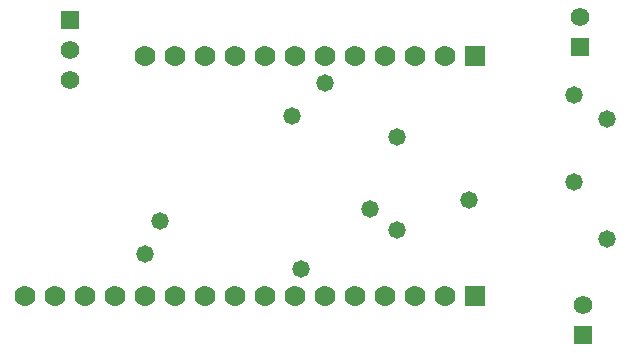
<source format=gbs>
G04*
G04 #@! TF.GenerationSoftware,Altium Limited,Altium Designer,21.6.4 (81)*
G04*
G04 Layer_Color=16711935*
%FSLAX25Y25*%
%MOIN*%
G70*
G04*
G04 #@! TF.SameCoordinates,CDACAC81-B456-474A-B871-3F5FD81D5149*
G04*
G04*
G04 #@! TF.FilePolarity,Negative*
G04*
G01*
G75*
%ADD31C,0.06942*%
%ADD32R,0.06942X0.06942*%
%ADD33C,0.06194*%
%ADD34R,0.06194X0.06194*%
%ADD35C,0.05800*%
D31*
X65000Y100000D02*
D03*
X75000D02*
D03*
X125000D02*
D03*
X115000D02*
D03*
X105000D02*
D03*
X95000D02*
D03*
X85000D02*
D03*
X165000D02*
D03*
X155000D02*
D03*
X145000D02*
D03*
X135000D02*
D03*
X25000Y20000D02*
D03*
X35000D02*
D03*
X45000D02*
D03*
X55000D02*
D03*
X65000D02*
D03*
X75000D02*
D03*
X85000D02*
D03*
X95000D02*
D03*
X105000D02*
D03*
X115000D02*
D03*
X125000D02*
D03*
X135000D02*
D03*
X145000D02*
D03*
X155000D02*
D03*
X165000D02*
D03*
D32*
X175000Y100000D02*
D03*
Y20000D02*
D03*
D33*
X210000Y113000D02*
D03*
X40000Y92000D02*
D03*
Y102000D02*
D03*
X211000Y17000D02*
D03*
D34*
X210000Y103000D02*
D03*
X40000Y112000D02*
D03*
X211000Y7000D02*
D03*
D35*
X70000Y45000D02*
D03*
X208000Y87000D02*
D03*
X149000Y73000D02*
D03*
Y42000D02*
D03*
X173000Y52000D02*
D03*
X208000Y58000D02*
D03*
X117000Y29000D02*
D03*
X125000Y91000D02*
D03*
X114000Y80000D02*
D03*
X65000Y34000D02*
D03*
X140000Y49000D02*
D03*
X219000Y39000D02*
D03*
Y79000D02*
D03*
M02*

</source>
